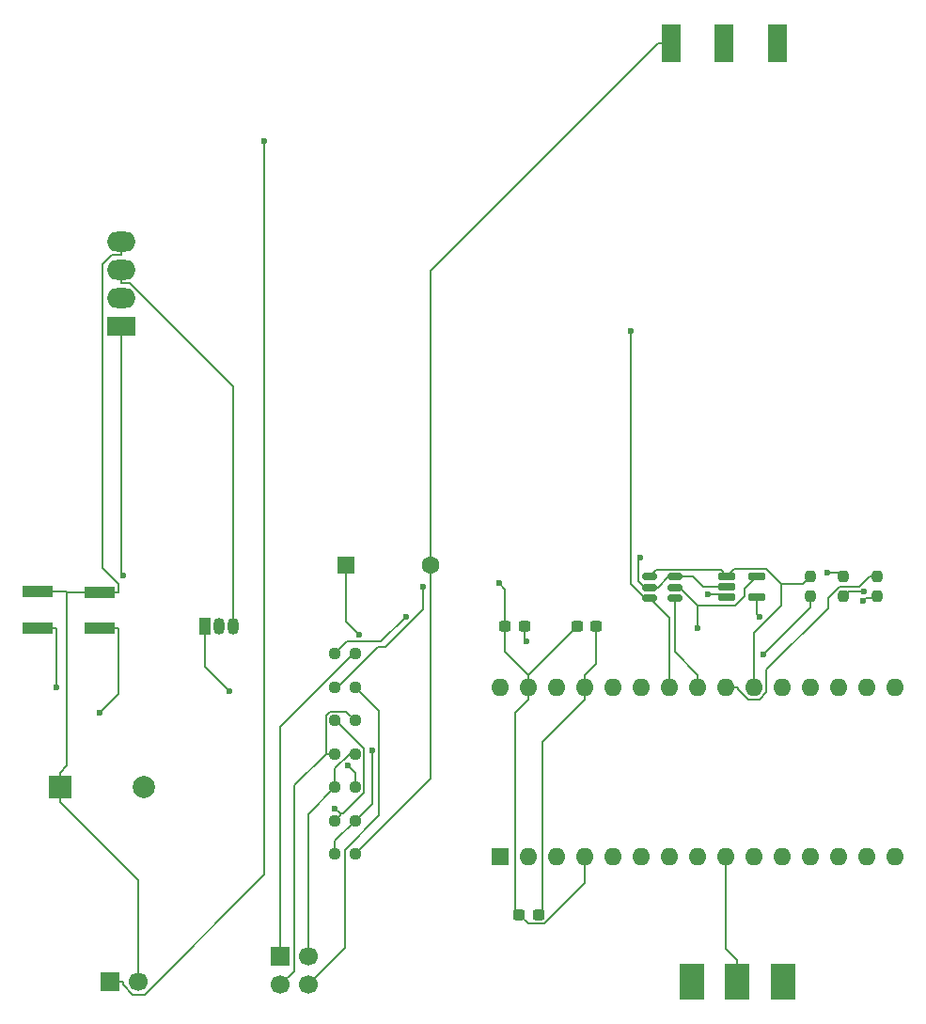
<source format=gtl>
G04 #@! TF.GenerationSoftware,KiCad,Pcbnew,9.0.2*
G04 #@! TF.CreationDate,2025-06-24T21:37:24-04:00*
G04 #@! TF.ProjectId,Shortywithdisplay,53686f72-7479-4776-9974-68646973706c,rev?*
G04 #@! TF.SameCoordinates,Original*
G04 #@! TF.FileFunction,Copper,L1,Top*
G04 #@! TF.FilePolarity,Positive*
%FSLAX46Y46*%
G04 Gerber Fmt 4.6, Leading zero omitted, Abs format (unit mm)*
G04 Created by KiCad (PCBNEW 9.0.2) date 2025-06-24 21:37:24*
%MOMM*%
%LPD*%
G01*
G04 APERTURE LIST*
G04 Aperture macros list*
%AMRoundRect*
0 Rectangle with rounded corners*
0 $1 Rounding radius*
0 $2 $3 $4 $5 $6 $7 $8 $9 X,Y pos of 4 corners*
0 Add a 4 corners polygon primitive as box body*
4,1,4,$2,$3,$4,$5,$6,$7,$8,$9,$2,$3,0*
0 Add four circle primitives for the rounded corners*
1,1,$1+$1,$2,$3*
1,1,$1+$1,$4,$5*
1,1,$1+$1,$6,$7*
1,1,$1+$1,$8,$9*
0 Add four rect primitives between the rounded corners*
20,1,$1+$1,$2,$3,$4,$5,0*
20,1,$1+$1,$4,$5,$6,$7,0*
20,1,$1+$1,$6,$7,$8,$9,0*
20,1,$1+$1,$8,$9,$2,$3,0*%
G04 Aperture macros list end*
G04 #@! TA.AperFunction,SMDPad,CuDef*
%ADD10R,2.800000X1.000000*%
G04 #@! TD*
G04 #@! TA.AperFunction,SMDPad,CuDef*
%ADD11RoundRect,0.237500X0.237500X-0.250000X0.237500X0.250000X-0.237500X0.250000X-0.237500X-0.250000X0*%
G04 #@! TD*
G04 #@! TA.AperFunction,ComponentPad*
%ADD12R,1.050000X1.500000*%
G04 #@! TD*
G04 #@! TA.AperFunction,ComponentPad*
%ADD13O,1.050000X1.500000*%
G04 #@! TD*
G04 #@! TA.AperFunction,SMDPad,CuDef*
%ADD14RoundRect,0.237500X0.300000X0.237500X-0.300000X0.237500X-0.300000X-0.237500X0.300000X-0.237500X0*%
G04 #@! TD*
G04 #@! TA.AperFunction,ComponentPad*
%ADD15R,2.250000X3.250000*%
G04 #@! TD*
G04 #@! TA.AperFunction,SMDPad,CuDef*
%ADD16RoundRect,0.237500X0.250000X0.237500X-0.250000X0.237500X-0.250000X-0.237500X0.250000X-0.237500X0*%
G04 #@! TD*
G04 #@! TA.AperFunction,ComponentPad*
%ADD17R,2.600000X1.800000*%
G04 #@! TD*
G04 #@! TA.AperFunction,ComponentPad*
%ADD18O,2.600000X1.800000*%
G04 #@! TD*
G04 #@! TA.AperFunction,ComponentPad*
%ADD19R,1.750000X3.350000*%
G04 #@! TD*
G04 #@! TA.AperFunction,ComponentPad*
%ADD20R,1.600000X1.600000*%
G04 #@! TD*
G04 #@! TA.AperFunction,ComponentPad*
%ADD21O,1.600000X1.600000*%
G04 #@! TD*
G04 #@! TA.AperFunction,SMDPad,CuDef*
%ADD22RoundRect,0.162500X-0.617500X-0.162500X0.617500X-0.162500X0.617500X0.162500X-0.617500X0.162500X0*%
G04 #@! TD*
G04 #@! TA.AperFunction,ComponentPad*
%ADD23R,1.700000X1.700000*%
G04 #@! TD*
G04 #@! TA.AperFunction,ComponentPad*
%ADD24C,1.700000*%
G04 #@! TD*
G04 #@! TA.AperFunction,ComponentPad*
%ADD25RoundRect,0.250000X-0.550000X-0.550000X0.550000X-0.550000X0.550000X0.550000X-0.550000X0.550000X0*%
G04 #@! TD*
G04 #@! TA.AperFunction,ComponentPad*
%ADD26C,1.600000*%
G04 #@! TD*
G04 #@! TA.AperFunction,ComponentPad*
%ADD27R,2.000000X2.000000*%
G04 #@! TD*
G04 #@! TA.AperFunction,ComponentPad*
%ADD28C,2.000000*%
G04 #@! TD*
G04 #@! TA.AperFunction,SMDPad,CuDef*
%ADD29RoundRect,0.150000X-0.512500X-0.150000X0.512500X-0.150000X0.512500X0.150000X-0.512500X0.150000X0*%
G04 #@! TD*
G04 #@! TA.AperFunction,ViaPad*
%ADD30C,0.600000*%
G04 #@! TD*
G04 #@! TA.AperFunction,Conductor*
%ADD31C,0.200000*%
G04 #@! TD*
G04 APERTURE END LIST*
D10*
X98900000Y-86900000D03*
X104500000Y-87000000D03*
X98900000Y-90200000D03*
X104500000Y-90200000D03*
D11*
X168500000Y-87325000D03*
X168500000Y-85500000D03*
D12*
X113960000Y-90000000D03*
D13*
X115230000Y-90000000D03*
X116500000Y-90000000D03*
D14*
X149225000Y-90000000D03*
X147500000Y-90000000D03*
D11*
X171500000Y-87325000D03*
X171500000Y-85500000D03*
D15*
X157800000Y-122000000D03*
X161900000Y-122000000D03*
X166000000Y-122000000D03*
D16*
X127500000Y-107500000D03*
X125675000Y-107500000D03*
X127500000Y-95500000D03*
X125675000Y-95500000D03*
D11*
X174510000Y-87325000D03*
X174510000Y-85500000D03*
D17*
X106400500Y-63019300D03*
D18*
X106400500Y-60479300D03*
X106400500Y-57939300D03*
X106400500Y-55399300D03*
D19*
X155980000Y-37500000D03*
X160740000Y-37500000D03*
X165500000Y-37500000D03*
D20*
X140560000Y-110740000D03*
D21*
X143100000Y-110740000D03*
X145640000Y-110740000D03*
X148180000Y-110740000D03*
X150720000Y-110740000D03*
X153260000Y-110740000D03*
X155800000Y-110740000D03*
X158340000Y-110740000D03*
X160880000Y-110740000D03*
X163420000Y-110740000D03*
X165960000Y-110740000D03*
X168500000Y-110740000D03*
X171040000Y-110740000D03*
X173580000Y-110740000D03*
X176120000Y-110740000D03*
X176120000Y-95500000D03*
X173580000Y-95500000D03*
X171040000Y-95500000D03*
X168500000Y-95500000D03*
X165960000Y-95500000D03*
X163420000Y-95500000D03*
X160880000Y-95500000D03*
X158340000Y-95500000D03*
X155800000Y-95500000D03*
X153260000Y-95500000D03*
X150720000Y-95500000D03*
X148180000Y-95500000D03*
X145640000Y-95500000D03*
X143100000Y-95500000D03*
X140560000Y-95500000D03*
D16*
X127500000Y-98500000D03*
X125675000Y-98500000D03*
D22*
X161000000Y-85500000D03*
X161000000Y-86450000D03*
X161000000Y-87400000D03*
X163700000Y-87400000D03*
X163700000Y-85500000D03*
D23*
X105460000Y-122000000D03*
D24*
X108000000Y-122000000D03*
D14*
X144000000Y-116000000D03*
X142275000Y-116000000D03*
D16*
X127500000Y-101500000D03*
X125675000Y-101500000D03*
X127500000Y-104500000D03*
X125675000Y-104500000D03*
X127500000Y-92480000D03*
X125675000Y-92480000D03*
X127500000Y-110500000D03*
X125675000Y-110500000D03*
D14*
X142725000Y-90000000D03*
X141000000Y-90000000D03*
D25*
X126690000Y-84500000D03*
D26*
X134310000Y-84500000D03*
D27*
X100900000Y-104500000D03*
D28*
X108500000Y-104500000D03*
D29*
X154000000Y-85550000D03*
X154000000Y-86500000D03*
X154000000Y-87450000D03*
X156275000Y-87450000D03*
X156275000Y-86500000D03*
X156275000Y-85550000D03*
D23*
X120750000Y-119750000D03*
D24*
X120750000Y-122290000D03*
X123250000Y-119750000D03*
X123250000Y-122290000D03*
D30*
X152363800Y-63423200D03*
X170000000Y-85219200D03*
X153156900Y-83810700D03*
X140473800Y-86141700D03*
X125673500Y-106421100D03*
X129029200Y-101219100D03*
X100572500Y-95490400D03*
X104500000Y-97784700D03*
X127814800Y-90736000D03*
X158308800Y-90180400D03*
X142909100Y-91323500D03*
X106601900Y-85398500D03*
X119335000Y-46320600D03*
X173196100Y-87742600D03*
X126822100Y-102503000D03*
X116168800Y-95867200D03*
X173323400Y-86879500D03*
X159299100Y-87096300D03*
X133626300Y-86471300D03*
X164253800Y-92575200D03*
X132101700Y-89143200D03*
X163928500Y-89119200D03*
D31*
X155800000Y-89250000D02*
X154000000Y-87450000D01*
X152363800Y-86224900D02*
X153588900Y-87450000D01*
X153588900Y-87450000D02*
X154000000Y-87450000D01*
X155800000Y-95500000D02*
X155800000Y-89250000D01*
X152363800Y-63423200D02*
X152363800Y-86224900D01*
X162945600Y-96601700D02*
X161981700Y-95637800D01*
X161981700Y-95637800D02*
X161981700Y-95500000D01*
X170123900Y-87444800D02*
X170123900Y-88367400D01*
X171156200Y-86412500D02*
X170123900Y-87444800D01*
X160880000Y-95500000D02*
X161981700Y-95500000D01*
X172939600Y-86412500D02*
X171156200Y-86412500D01*
X174510000Y-85500000D02*
X173852100Y-85500000D01*
X173852100Y-85500000D02*
X172939600Y-86412500D01*
X170123900Y-88367400D02*
X164548500Y-93942800D01*
X164548500Y-95938400D02*
X163885200Y-96601700D01*
X164548500Y-93942800D02*
X164548500Y-95938400D01*
X163885200Y-96601700D02*
X162945600Y-96601700D01*
X144521300Y-116789200D02*
X143064200Y-116789200D01*
X100900000Y-105150800D02*
X100900000Y-105801700D01*
X108000000Y-122000000D02*
X108000000Y-112901700D01*
X105574300Y-56601000D02*
X104768600Y-57406700D01*
X104768600Y-57406700D02*
X104768600Y-84765200D01*
X125673500Y-106421100D02*
X126142900Y-106890500D01*
X154751900Y-86500000D02*
X154000000Y-86500000D01*
X128294200Y-101027300D02*
X125766900Y-98500000D01*
X143100000Y-95500000D02*
X143100000Y-96601700D01*
X104500000Y-87000000D02*
X106201700Y-87000000D01*
X108000000Y-112901700D02*
X100900000Y-105801700D01*
X106201700Y-86198300D02*
X106201700Y-87000000D01*
X98900000Y-86900000D02*
X101449200Y-86900000D01*
X125766900Y-98500000D02*
X125675000Y-98500000D01*
X141000000Y-90000000D02*
X141000000Y-86667900D01*
X156275000Y-85550000D02*
X155701900Y-85550000D01*
X101449200Y-86900000D02*
X101549200Y-87000000D01*
X100900000Y-105150800D02*
X100900000Y-104500000D01*
X104768600Y-84765200D02*
X106201700Y-86198300D01*
X153028600Y-83939000D02*
X153028600Y-85925100D01*
X142275000Y-116000000D02*
X141941500Y-115666500D01*
X141941500Y-97760200D02*
X143100000Y-96601700D01*
X148180000Y-110740000D02*
X148180000Y-113130500D01*
X100900000Y-104500000D02*
X100900000Y-103198300D01*
X106400500Y-56601000D02*
X105574300Y-56601000D01*
X126142900Y-106890500D02*
X126395000Y-106890500D01*
X100900000Y-103198300D02*
X101549200Y-102549100D01*
X153603500Y-86500000D02*
X154000000Y-86500000D01*
X157944600Y-85550000D02*
X158844600Y-86450000D01*
X101549200Y-87000000D02*
X102798300Y-87000000D01*
X141000000Y-86667900D02*
X140473800Y-86141700D01*
X141941500Y-115666500D02*
X141941500Y-97760200D01*
X141000000Y-92298300D02*
X141000000Y-90000000D01*
X148180000Y-113130500D02*
X144521300Y-116789200D01*
X126142900Y-106890500D02*
X126142900Y-107032100D01*
X156275000Y-85550000D02*
X157944600Y-85550000D01*
X143100000Y-94398300D02*
X147498300Y-90000000D01*
X143100000Y-94398300D02*
X141000000Y-92298300D01*
X126395000Y-106890500D02*
X128294200Y-104991300D01*
X158844600Y-86450000D02*
X161000000Y-86450000D01*
X155701900Y-85550000D02*
X154751900Y-86500000D01*
X170000000Y-85219200D02*
X171219200Y-85219200D01*
X171219200Y-85219200D02*
X171500000Y-85500000D01*
X153156900Y-83810700D02*
X153028600Y-83939000D01*
X106400500Y-55399300D02*
X106400500Y-56601000D01*
X126142900Y-107032100D02*
X125675000Y-107500000D01*
X101549200Y-102549100D02*
X101549200Y-87000000D01*
X104500000Y-87000000D02*
X102798300Y-87000000D01*
X143100000Y-95500000D02*
X143100000Y-94398300D01*
X147498300Y-90000000D02*
X147500000Y-90000000D01*
X143064200Y-116789200D02*
X142275000Y-116000000D01*
X128294200Y-104991300D02*
X128294200Y-101027300D01*
X153028600Y-85925100D02*
X153603500Y-86500000D01*
X125675000Y-109325000D02*
X125675000Y-110500000D01*
X127500000Y-107500000D02*
X125675000Y-109325000D01*
X127500000Y-107500000D02*
X129029200Y-105970800D01*
X129029200Y-105970800D02*
X129029200Y-101219100D01*
X160880000Y-119053300D02*
X160880000Y-110740000D01*
X161900000Y-122000000D02*
X161900000Y-120073300D01*
X161900000Y-120073300D02*
X160880000Y-119053300D01*
X98900000Y-90200000D02*
X100601700Y-90200000D01*
X106201700Y-90200000D02*
X106201700Y-96083000D01*
X100572500Y-95490400D02*
X100601700Y-95461200D01*
X100601700Y-95461200D02*
X100601700Y-90200000D01*
X106201700Y-96083000D02*
X104500000Y-97784700D01*
X104500000Y-90200000D02*
X106201700Y-90200000D01*
X126690000Y-84500000D02*
X126690000Y-89611200D01*
X126690000Y-89611200D02*
X127814800Y-90736000D01*
X161636300Y-84863700D02*
X161000000Y-85500000D01*
X160424200Y-84924200D02*
X161000000Y-85500000D01*
X165867600Y-86210900D02*
X167789100Y-86210900D01*
X165867600Y-86210900D02*
X164520400Y-84863700D01*
X167789100Y-86210900D02*
X168500000Y-85500000D01*
X164520400Y-84863700D02*
X161636300Y-84863700D01*
X165867600Y-88132400D02*
X165867600Y-86210900D01*
X163420000Y-95500000D02*
X163420000Y-90580000D01*
X154625800Y-84924200D02*
X160424200Y-84924200D01*
X163420000Y-90580000D02*
X165867600Y-88132400D01*
X154000000Y-85550000D02*
X154625800Y-84924200D01*
X148180000Y-95500000D02*
X148180000Y-96601700D01*
X144370000Y-115630000D02*
X144370000Y-100411700D01*
X156275000Y-86500000D02*
X156750900Y-86500000D01*
X148180000Y-95500000D02*
X148180000Y-94398300D01*
X144370000Y-100411700D02*
X148180000Y-96601700D01*
X106400500Y-59141000D02*
X107226700Y-59141000D01*
X149225000Y-90000000D02*
X149225000Y-93353300D01*
X106400500Y-57939300D02*
X106400500Y-59141000D01*
X158308800Y-90180400D02*
X158308800Y-88195100D01*
X149225000Y-93353300D02*
X148180000Y-94398300D01*
X116500000Y-68414300D02*
X116500000Y-90000000D01*
X158308800Y-88195100D02*
X158377400Y-88126500D01*
X107226700Y-59141000D02*
X116500000Y-68414300D01*
X156750900Y-86500000D02*
X158377400Y-88126500D01*
X142909100Y-91323500D02*
X142725000Y-91139400D01*
X162559900Y-87318600D02*
X162559900Y-86640100D01*
X158377400Y-88126500D02*
X161752000Y-88126500D01*
X142725000Y-91139400D02*
X142725000Y-90000000D01*
X162559900Y-86640100D02*
X163700000Y-85500000D01*
X144000000Y-116000000D02*
X144370000Y-115630000D01*
X161752000Y-88126500D02*
X162559900Y-87318600D01*
X156275000Y-87450000D02*
X156275000Y-92333300D01*
X106400500Y-85197100D02*
X106601900Y-85398500D01*
X158340000Y-95500000D02*
X158340000Y-94398300D01*
X156275000Y-92333300D02*
X158340000Y-94398300D01*
X106400500Y-63019300D02*
X106400500Y-85197100D01*
X134310000Y-57993300D02*
X134310000Y-84500000D01*
X134310000Y-103690000D02*
X134310000Y-84500000D01*
X127500000Y-110500000D02*
X134310000Y-103690000D01*
X154803300Y-37500000D02*
X134310000Y-57993300D01*
X155980000Y-37500000D02*
X154803300Y-37500000D01*
X119335000Y-112361100D02*
X119335000Y-46320600D01*
X105460000Y-122000000D02*
X106611700Y-122000000D01*
X106611700Y-122287900D02*
X107491000Y-123167200D01*
X108528900Y-123167200D02*
X119335000Y-112361100D01*
X107491000Y-123167200D02*
X108528900Y-123167200D01*
X106611700Y-122000000D02*
X106611700Y-122287900D01*
X123250000Y-122290000D02*
X126587500Y-118952500D01*
X126587500Y-118952500D02*
X126587500Y-110117300D01*
X129640500Y-107064300D02*
X129640500Y-97640500D01*
X129640500Y-97640500D02*
X127500000Y-95500000D01*
X126587500Y-110117300D02*
X129640500Y-107064300D01*
X122000000Y-104351700D02*
X124851700Y-101500000D01*
X125240500Y-97678200D02*
X126678200Y-97678200D01*
X122000000Y-121040000D02*
X122000000Y-104351700D01*
X124851700Y-101500000D02*
X124851700Y-98067000D01*
X126678200Y-97678200D02*
X127500000Y-98500000D01*
X124851700Y-101500000D02*
X125675000Y-101500000D01*
X120750000Y-122290000D02*
X122000000Y-121040000D01*
X124851700Y-98067000D02*
X125240500Y-97678200D01*
X125675000Y-104500000D02*
X123250000Y-106925000D01*
X126974300Y-101500000D02*
X125675000Y-102799300D01*
X123250000Y-106925000D02*
X123250000Y-119750000D01*
X127500000Y-101500000D02*
X126974300Y-101500000D01*
X125675000Y-102799300D02*
X125675000Y-104500000D01*
X127362500Y-92480000D02*
X120750000Y-99092500D01*
X127500000Y-92480000D02*
X127362500Y-92480000D01*
X120750000Y-99092500D02*
X120750000Y-119750000D01*
X173196100Y-87742600D02*
X173457500Y-87481200D01*
X174353800Y-87481200D02*
X174510000Y-87325000D01*
X173457500Y-87481200D02*
X173196100Y-87742600D01*
X173457500Y-87481200D02*
X174353800Y-87481200D01*
X173457500Y-87481200D02*
X173196100Y-87742600D01*
X113960000Y-93658400D02*
X116168800Y-95867200D01*
X113960000Y-90000000D02*
X113960000Y-93658400D01*
X127500000Y-103180900D02*
X127500000Y-104500000D01*
X126822100Y-102503000D02*
X127500000Y-103180900D01*
X130236900Y-91904100D02*
X133626300Y-88514700D01*
X160696300Y-87096300D02*
X161000000Y-87400000D01*
X159299100Y-87096300D02*
X160696300Y-87096300D01*
X171500000Y-87325000D02*
X171945500Y-86879500D01*
X129545300Y-91904100D02*
X130236900Y-91904100D01*
X125675000Y-95500000D02*
X125949400Y-95500000D01*
X171945500Y-86879500D02*
X173323400Y-86879500D01*
X133626300Y-88514700D02*
X133626300Y-86471300D01*
X125949400Y-95500000D02*
X129545300Y-91904100D01*
X163928500Y-89119200D02*
X163700000Y-88890700D01*
X163700000Y-88890700D02*
X163700000Y-87400000D01*
X164253800Y-92575200D02*
X168500000Y-88329000D01*
X168500000Y-88329000D02*
X168500000Y-87325000D01*
X126752100Y-91402900D02*
X125675000Y-92480000D01*
X129842000Y-91402900D02*
X126752100Y-91402900D01*
X132101700Y-89143200D02*
X129842000Y-91402900D01*
M02*

</source>
